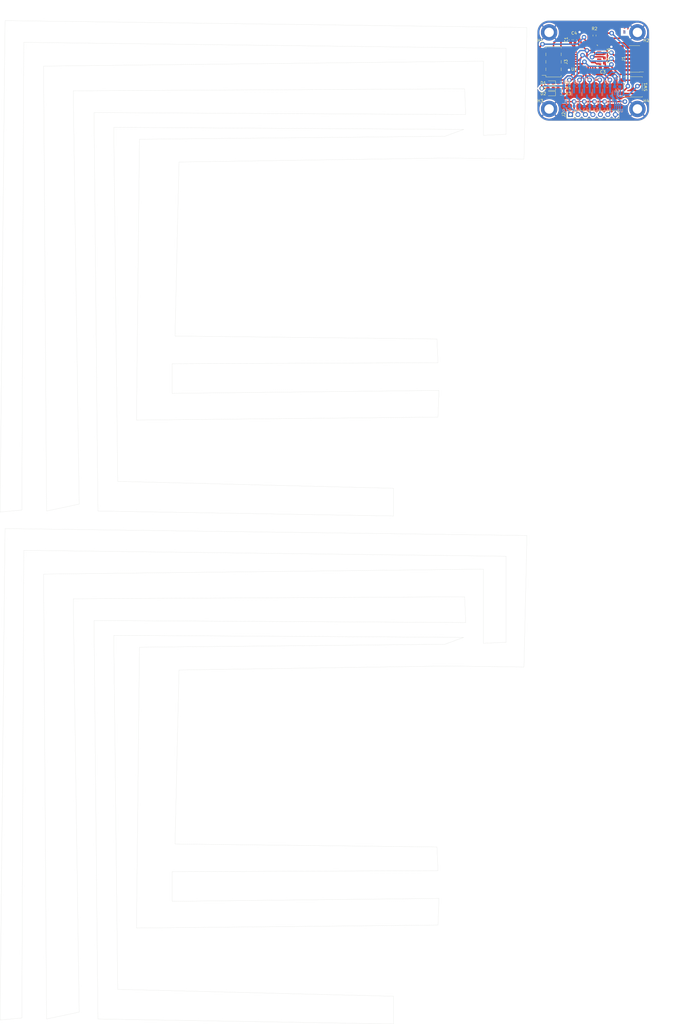
<source format=kicad_pcb>
(kicad_pcb (version 20221018) (generator pcbnew)
  (layers (0 "F.Cu" signal) (31 "B.Cu" signal) (34 "B.Paste" user) (35 "F.Paste" user) (36 "B.SilkS" user "B.Silkscreen") (37 "F.SilkS" user "F.Silkscreen") (38 "B.Mask" user) (39 "F.Mask" user) (44 "Edge.Cuts" user))
  (net 0 "")
  (net 1 "+5V-v2-")
  (net 2 "GND-v2-")
  (net 3 "+3.3V-v2-")
  (net 4 "Net-(D1-K)-v2-")
  (net 6 "Net-(D3-K)-v2-")
  (net 7 "Status_LED-v2-")
  (net 8 "Data_Clock_SNES-v2-")
  (net 9 "Data_Latch_SNES-v2-")
  (net 10 "Net-(D2-K)-v2-")
  (net 11 "Serial_Data1_SNES-v2-")
  (net 12 "Serial_Data2_SNES-v2-")
  (net 13 "SPI_Chip_Select-v2-")
  (net 14 "Chip_Enable-v2-")
  (net 15 "SPI_Digital_Input-v2-")
  (net 16 "SPI_Clock-v2-")
  (net 17 "SPI_Digital_Output-v2-")
  (net 18 "IOBit_SNES-v2-")
  (net 19 "Data_Clock_STM32-v2-")
  (net 20 "Data_Latch_STM32-v2-")
  (net 21 "Appairing_Btn-v2-")
  (net 22 "Net-(U2-BP)-v2-")
  (net 23 "SWDIO-v2-")
  (net 24 "SWDCK-v2-")
  (net 27 "NRST-v2-")
  (net 28 "USART2_RX-v2-")
  (net 29 "USART2_TX-v2-")
  (net 30 "Serial_Data1_STM32-v2-")
  (net 31 "IOBit_STM32-v2-")
  (net 32 "Serial_Data2_STM32-v2-")
  (footprint "Connector_PinSocket_2.54mm:PinSocket_2x04_P2.54mm_Vertical_SMD" (layer "F.Cu") (at 189.25 15.25 180)
    (fp_text reference "J3")
    (fp_text value "Conn_01x08_Socket")
  )
  (footprint "MountingHole:MountingHole_3.2mm_M3_DIN965_Pad" (layer "F.Cu") (at 217.75 31.25)
    (fp_text reference "H4")
    (fp_text value "MountingHole_Pad")
  )
  (footprint "Resistor_SMD:R_0603_1608Metric_Pad0.98x0.95mm_HandSolder" (layer "F.Cu") (at 191.76875 24.25)
    (fp_text reference "R4")
    (fp_text value "1k")
  )
  (footprint "Capacitor_SMD:C_0603_1608Metric_Pad1.08x0.95mm_HandSolder" (layer "F.Cu") (at 195.05 7.75 90)
    (fp_text reference "C1")
    (fp_text value "10u")
  )
  (footprint "Diode_SMD:D_0603_1608Metric_Pad1.05x0.95mm_HandSolder" (layer "F.Cu") (at 188.26875 26.05 180)
    (fp_text reference "D2")
    (fp_text value "LED_Small")
  )
  (footprint "MountingHole:MountingHole_3.2mm_M3_DIN965_Pad" (layer "F.Cu") (at 187.75 31.25)
    (fp_text reference "H3")
    (fp_text value "MountingHole_Pad")
  )
  (footprint "Resistor_SMD:R_0603_1608Metric_Pad0.98x0.95mm_HandSolder" (layer "F.Cu") (at 191.76875 26.05)
    (fp_text reference "R3")
    (fp_text value "1k")
  )
  (footprint "Diode_SMD:D_0603_1608Metric_Pad1.05x0.95mm_HandSolder" (layer "F.Cu") (at 188.26875 22.45 180)
    (fp_text reference "D1")
    (fp_text value "LED_Small")
  )
  (footprint "Resistor_SMD:R_0603_1608Metric_Pad0.98x0.95mm_HandSolder" (layer "F.Cu") (at 191.76875 22.45)
    (fp_text reference "R1")
    (fp_text value "1k")
  )
  (footprint "Package_QFP:LQFP-32_7x7mm_P0.8mm" (layer "F.Cu") (at 200.6 13.15 180)
    (fp_text reference "U1")
    (fp_text value "STM32L412KBTx")
  )
  (footprint "Connector_PinHeader_2.54mm:PinHeader_1x07_P2.54mm_Vertical" (layer "F.Cu") (at 195 33.15 90)
    (fp_text reference "J2")
    (fp_text value "Conn_01x07_Socket")
  )
  (footprint "Diode_SMD:D_0603_1608Metric_Pad1.05x0.95mm_HandSolder" (layer "F.Cu") (at 188.26875 24.25 180)
    (fp_text reference "D3")
    (fp_text value "LED")
  )
  (footprint "Connector_PinHeader_1.27mm:PinHeader_2x07_P1.27mm_Vertical_SMD" (layer "F.Cu") (at 216.75 14.25 180)
    (fp_text reference "J1")
    (fp_text value "Conn_02x07_Odd_Even")
  )
  (footprint "Capacitor_SMD:C_0603_1608Metric_Pad1.08x0.95mm_HandSolder" (layer "F.Cu") (at 206.51 11.5 90)
    (fp_text reference "C5")
    (fp_text value "100n")
  )
  (footprint "MountingHole:MountingHole_3.2mm_M3_DIN965_Pad" (layer "F.Cu") (at 217.75 5.25)
    (fp_text reference "H2")
    (fp_text value "MountingHole_Pad")
  )
  (footprint "Capacitor_SMD:C_0603_1608Metric_Pad1.08x0.95mm_HandSolder" (layer "F.Cu") (at 196.55 7.75 90)
    (fp_text reference "C4")
    (fp_text value "100n")
  )
  (footprint "Capacitor_SMD:C_0603_1608Metric_Pad1.08x0.95mm_HandSolder" (layer "F.Cu") (at 206.0025 17.19)
    (fp_text reference "C3")
    (fp_text value "100n")
  )
  (footprint "Resistor_SMD:R_0603_1608Metric_Pad0.98x0.95mm_HandSolder" (layer "F.Cu") (at 203.17 6.32 90)
    (fp_text reference "R2")
    (fp_text value "10k")
  )
  (footprint "Button_Switch_SMD:SW_SPST_B3S-1000" (layer "F.Cu") (at 216.25 23.75 180)
    (fp_text reference "SW1")
    (fp_text value "SW_SPST")
  )
  (footprint "MountingHole:MountingHole_3.2mm_M3_DIN965_Pad" (layer "F.Cu") (at 187.75 5.25)
    (fp_text reference "H1")
    (fp_text value "MountingHole_Pad")
  )
  (footprint "Capacitor_SMD:C_0603_1608Metric_Pad1.08x0.95mm_HandSolder" (layer "F.Cu") (at 206.51 14.8025 90)
    (fp_text reference "C2")
    (fp_text value "100n")
  )
  (footprint "Package_TO_SOT_SMD:SOT-23" (layer "B.Cu") (at 200.6 26.15 -90)
    (fp_text reference "Q3")
    (fp_text value "2N7002")
  )
  (footprint "Resistor_SMD:R_0603_1608Metric_Pad0.98x0.95mm_HandSolder" (layer "B.Cu") (at 193.7 23.45)
    (fp_text reference "R5")
    (fp_text value "10k")
  )
  (footprint "Package_TO_SOT_SMD:SOT-23" (layer "B.Cu") (at 207.5 26.15 -90)
    (fp_text reference "Q5")
    (fp_text value "2N7002")
  )
  (footprint "Capacitor_SMD:C_0603_1608Metric_Pad1.08x0.95mm_HandSolder" (layer "B.Cu") (at 210.9 23.7 180)
    (fp_text reference "C6")
    (fp_text value "470p")
  )
  (footprint "Resistor_SMD:R_0603_1608Metric_Pad0.98x0.95mm_HandSolder" (layer "B.Cu") (at 193.7 30.35)
    (fp_text reference "R10")
    (fp_text value "10k")
  )
  (footprint "Resistor_SMD:R_0603_1608Metric_Pad0.98x0.95mm_HandSolder" (layer "B.Cu") (at 197.15 30.35)
    (fp_text reference "R11")
    (fp_text value "10k")
  )
  (footprint "Package_TO_SOT_SMD:SOT-23" (layer "B.Cu") (at 197.15 26.15 -90)
    (fp_text reference "Q2")
    (fp_text value "2N7002")
  )
  (footprint "Resistor_SMD:R_0603_1608Metric_Pad0.98x0.95mm_HandSolder" (layer "B.Cu") (at 204.05 30.35)
    (fp_text reference "R13")
    (fp_text value "10k")
  )
  (footprint "Resistor_SMD:R_0603_1608Metric_Pad0.98x0.95mm_HandSolder" (layer "B.Cu") (at 200.6 30.35)
    (fp_text reference "R12")
    (fp_text value "10k")
  )
  (footprint "Resistor_SMD:R_0603_1608Metric_Pad0.98x0.95mm_HandSolder" (layer "B.Cu") (at 204.05 23.45)
    (fp_text reference "R8")
    (fp_text value "10k")
  )
  (footprint "Resistor_SMD:R_0603_1608Metric_Pad0.98x0.95mm_HandSolder" (layer "B.Cu") (at 207.5 30.35)
    (fp_text reference "R14")
    (fp_text value "10k")
  )
  (footprint "Resistor_SMD:R_0603_1608Metric_Pad0.98x0.95mm_HandSolder" (layer "B.Cu") (at 200.6 23.45)
    (fp_text reference "R7")
    (fp_text value "10k")
  )
  (footprint "Resistor_SMD:R_0603_1608Metric_Pad0.98x0.95mm_HandSolder" (layer "B.Cu") (at 197.15 23.45)
    (fp_text reference "R6")
    (fp_text value "10k")
  )
  (footprint "Package_TO_SOT_SMD:SOT-23" (layer "B.Cu") (at 193.7 26.15 -90)
    (fp_text reference "Q1")
    (fp_text value "2N7002")
  )
  (footprint "Package_TO_SOT_SMD:SOT-23" (layer "B.Cu") (at 204.05 26.15 -90)
    (fp_text reference "Q4")
    (fp_text value "2N7002")
  )
  (footprint "Resistor_SMD:R_0603_1608Metric_Pad0.98x0.95mm_HandSolder" (layer "B.Cu") (at 207.5 23.45)
    (fp_text reference "R9")
    (fp_text value "10k")
  )
  (footprint "Package_SO:MSOP-8_3x3mm_P0.65mm" (layer "B.Cu") (at 211.0125 27.9 -90)
    (fp_text reference "U2")
    (fp_text value "MIC5219-3.3YMM")
  )
  (footprint "Capacitor_SMD:C_0603_1608Metric_Pad1.08x0.95mm_HandSolder" (layer "B.Cu") (at 210.9 22.2 180)
    (fp_text reference "C7")
    (fp_text value "2.2u")
  )
  (gr_line (start 149.659937 281.86989) (end 60.679937 280.85989) (stroke (width 0.05)) (layer "Edge.Cuts"))
  (gr_line (start 152.349937 40.53989) (end 48.599937 41.53989) (stroke (width 0.05)) (layer "Edge.Cuts"))
  (gr_line (start 153.019937 220.41989) (end 179.209937 220.75989) (stroke (width 0.05)) (layer "Edge.Cuts"))
  (gr_line (start 41.209937 157.71989) (end 39.869937 37.50989) (stroke (width 0.05)) (layer "Edge.Cuts"))
  (gr_line (start 26.099937 25.08989) (end 159.059937 24.41989) (stroke (width 0.05)) (layer "Edge.Cuts"))
  (gr_arc (start 183.75 5.25) (mid 184.921573 2.421573) (end 187.75 1.25) (stroke (width 0.1)) (layer "Edge.Cuts"))
  (gr_line (start 34.489937 167.78989) (end 134.889937 169.46989) (stroke (width 0.05)) (layer "Edge.Cuts"))
  (gr_line (start 9.309937 181.13989) (end 173.159937 183.14989) (stroke (width 0.05)) (layer "Edge.Cuts"))
  (gr_line (start 60.679937 280.85989) (end 62.029937 221.76989) (stroke (width 0.05)) (layer "Edge.Cuts"))
  (gr_line (start 179.209937 220.75989) (end 180.219937 176.09989) (stroke (width 0.05)) (layer "Edge.Cuts"))
  (gr_line (start 180.219937 3.59989) (end 2.929937 1.24989) (stroke (width 0.05)) (layer "Edge.Cuts"))
  (gr_line (start 150.329937 299.32989) (end 59.679937 300.32989) (stroke (width 0.05)) (layer "Edge.Cuts"))
  (gr_line (start 39.869937 210.00989) (end 158.729937 210.68989) (stroke (width 0.05)) (layer "Edge.Cuts"))
  (gr_line (start 152.349937 213.03989) (end 48.599937 214.03989) (stroke (width 0.05)) (layer "Edge.Cuts"))
  (gr_line (start 173.159937 39.85989) (end 165.439937 40.19989) (stroke (width 0.05)) (layer "Edge.Cuts"))
  (gr_line (start 33.149937 204.97989) (end 34.489937 340.28989) (stroke (width 0.05)) (layer "Edge.Cuts"))
  (gr_line (start 28.119937 165.43989) (end 26.099937 25.08989) (stroke (width 0.05)) (layer "Edge.Cuts"))
  (gr_line (start 41.209937 330.21989) (end 39.869937 210.00989) (stroke (width 0.05)) (layer "Edge.Cuts"))
  (gr_line (start 158.729937 210.68989) (end 152.349937 213.03989) (stroke (width 0.05)) (layer "Edge.Cuts"))
  (gr_line (start 173.159937 10.64989) (end 173.159937 39.85989) (stroke (width 0.05)) (layer "Edge.Cuts"))
  (gr_line (start 16.029937 189.19989) (end 17.039937 340.28989) (stroke (width 0.05)) (layer "Edge.Cuts"))
  (gr_line (start 158.729937 38.18989) (end 152.349937 40.53989) (stroke (width 0.05)) (layer "Edge.Cuts"))
  (gr_arc (start 187.75 35.25) (mid 184.921573 34.078427) (end 183.75 31.25) (stroke (width 0.1)) (layer "Edge.Cuts"))
  (gr_line (start 60.679937 108.35989) (end 62.029937 49.26989) (stroke (width 0.05)) (layer "Edge.Cuts"))
  (gr_line (start 150.329937 126.82989) (end 59.679937 127.82989) (stroke (width 0.05)) (layer "Edge.Cuts"))
  (gr_line (start 59.679937 127.82989) (end 59.679937 117.75989) (stroke (width 0.05)) (layer "Edge.Cuts"))
  (gr_line (start 159.399937 33.14989) (end 33.149937 32.47989) (stroke (width 0.05)) (layer "Edge.Cuts"))
  (gr_line (start 149.999937 117.42989) (end 149.659937 109.36989) (stroke (width 0.05)) (layer "Edge.Cuts"))
  (gr_line (start 159.399937 205.64989) (end 33.149937 204.97989) (stroke (width 0.05)) (layer "Edge.Cuts"))
  (gr_line (start 28.119937 337.93989) (end 26.099937 197.58989) (stroke (width 0.05)) (layer "Edge.Cuts"))
  (gr_line (start 17.039937 167.78989) (end 28.119937 165.43989) (stroke (width 0.05)) (layer "Edge.Cuts"))
  (gr_line (start 48.599937 41.53989) (end 47.589937 136.89989) (stroke (width 0.05)) (layer "Edge.Cuts"))
  (gr_line (start 59.679937 300.32989) (end 59.679937 290.25989) (stroke (width 0.05)) (layer "Edge.Cuts"))
  (gr_line (start 34.489937 340.28989) (end 134.889937 341.96989) (stroke (width 0.05)) (layer "Edge.Cuts"))
  (gr_line (start 62.029937 49.26989) (end 153.019937 47.91989) (stroke (width 0.05)) (layer "Edge.Cuts"))
  (gr_line (start 221.75 5.25) (end 221.75 31.25) (stroke (width 0.1)) (layer "Edge.Cuts"))
  (gr_arc (start 221.75 31.25) (mid 220.578427 34.078427) (end 217.75 35.25) (stroke (width 0.1)) (layer "Edge.Cuts"))
  (gr_line (start 149.999937 308.38989) (end 150.329937 299.32989) (stroke (width 0.05)) (layer "Edge.Cuts"))
  (gr_line (start 2.929937 173.74989) (end 1.249937 340.62989) (stroke (width 0.05)) (layer "Edge.Cuts"))
  (gr_line (start 33.149937 32.47989) (end 34.489937 167.78989) (stroke (width 0.05)) (layer "Edge.Cuts"))
  (gr_line (start 1.249937 340.62989) (end 8.639937 339.94989) (stroke (width 0.05)) (layer "Edge.Cuts"))
  (gr_line (start 8.639937 339.94989) (end 9.309937 181.13989) (stroke (width 0.05)) (layer "Edge.Cuts"))
  (gr_arc (start 217.75 1.25) (mid 220.578427 2.421573) (end 221.75 5.25) (stroke (width 0.1)) (layer "Edge.Cuts"))
  (gr_line (start 173.159937 212.35989) (end 165.439937 212.69989) (stroke (width 0.05)) (layer "Edge.Cuts"))
  (gr_line (start 165.439937 212.69989) (end 165.439937 187.51989) (stroke (width 0.05)) (layer "Edge.Cuts"))
  (gr_line (start 159.059937 24.41989) (end 159.399937 33.14989) (stroke (width 0.05)) (layer "Edge.Cuts"))
  (gr_line (start 149.999937 135.88989) (end 150.329937 126.82989) (stroke (width 0.05)) (layer "Edge.Cuts"))
  (gr_line (start 62.029937 221.76989) (end 153.019937 220.41989) (stroke (width 0.05)) (layer "Edge.Cuts"))
  (gr_line (start 173.159937 183.14989) (end 173.159937 212.35989) (stroke (width 0.05)) (layer "Edge.Cuts"))
  (gr_line (start 8.639937 167.44989) (end 9.309937 8.63989) (stroke (width 0.05)) (layer "Edge.Cuts"))
  (gr_line (start 179.209937 48.25989) (end 180.219937 3.59989) (stroke (width 0.05)) (layer "Edge.Cuts"))
  (gr_line (start 2.929937 1.24989) (end 1.249937 168.12989) (stroke (width 0.05)) (layer "Edge.Cuts"))
  (gr_line (start 149.999937 289.92989) (end 149.659937 281.86989) (stroke (width 0.05)) (layer "Edge.Cuts"))
  (gr_line (start 149.659937 109.36989) (end 60.679937 108.35989) (stroke (width 0.05)) (layer "Edge.Cuts"))
  (gr_line (start 165.439937 40.19989) (end 165.439937 15.01989) (stroke (width 0.05)) (layer "Edge.Cuts"))
  (gr_line (start 134.889937 341.96989) (end 134.889937 332.56989) (stroke (width 0.05)) (layer "Edge.Cuts"))
  (gr_line (start 39.869937 37.50989) (end 158.729937 38.18989) (stroke (width 0.05)) (layer "Edge.Cuts"))
  (gr_line (start 165.439937 187.51989) (end 16.029937 189.19989) (stroke (width 0.05)) (layer "Edge.Cuts"))
  (gr_line (start 159.059937 196.91989) (end 159.399937 205.64989) (stroke (width 0.05)) (layer "Edge.Cuts"))
  (gr_line (start 26.099937 197.58989) (end 159.059937 196.91989) (stroke (width 0.05)) (layer "Edge.Cuts"))
  (gr_line (start 1.249937 168.12989) (end 8.639937 167.44989) (stroke (width 0.05)) (layer "Edge.Cuts"))
  (gr_line (start 17.039937 340.28989) (end 28.119937 337.93989) (stroke (width 0.05)) (layer "Edge.Cuts"))
  (gr_line (start 153.019937 47.91989) (end 179.209937 48.25989) (stroke (width 0.05)) (layer "Edge.Cuts"))
  (gr_line (start 183.75 31.25) (end 183.75 5.25) (stroke (width 0.1)) (layer "Edge.Cuts"))
  (gr_line (start 217.75 35.25) (end 187.75 35.25) (stroke (width 0.1)) (layer "Edge.Cuts"))
  (gr_line (start 9.309937 8.63989) (end 173.159937 10.64989) (stroke (width 0.05)) (layer "Edge.Cuts"))
  (gr_line (start 59.679937 117.75989) (end 149.999937 117.42989) (stroke (width 0.05)) (layer "Edge.Cuts"))
  (gr_line (start 48.599937 214.03989) (end 47.589937 309.39989) (stroke (width 0.05)) (layer "Edge.Cuts"))
  (gr_line (start 59.679937 290.25989) (end 149.999937 289.92989) (stroke (width 0.05)) (layer "Edge.Cuts"))
  (gr_line (start 134.889937 169.46989) (end 134.889937 160.06989) (stroke (width 0.05)) (layer "Edge.Cuts"))
  (gr_line (start 134.889937 160.06989) (end 41.209937 157.71989) (stroke (width 0.05)) (layer "Edge.Cuts"))
  (gr_line (start 16.029937 16.69989) (end 17.039937 167.78989) (stroke (width 0.05)) (layer "Edge.Cuts"))
  (gr_line (start 47.589937 309.39989) (end 149.999937 308.38989) (stroke (width 0.05)) (layer "Edge.Cuts"))
  (gr_line (start 165.439937 15.01989) (end 16.029937 16.69989) (stroke (width 0.05)) (layer "Edge.Cuts"))
  (gr_line (start 187.75 1.25) (end 217.75 1.25) (stroke (width 0.1)) (layer "Edge.Cuts"))
  (gr_line (start 134.889937 332.56989) (end 41.209937 330.21989) (stroke (width 0.05)) (layer "Edge.Cuts"))
  (gr_line (start 47.589937 136.89989) (end 149.999937 135.88989) (stroke (width 0.05)) (layer "Edge.Cuts"))
  (gr_line (start 180.219937 176.09989) (end 2.929937 173.74989) (stroke (width 0.05)) (layer "Edge.Cuts"))
  (gr_text "SNES Plug" (at 205.75 3.75) (layer "F.Cu") (effects (font (size 1 1)) (justify left bottom)))
  (gr_text "T" (at 212.75 5.75) (layer "F.Cu") (effects (font (size 1 1)) (justify left bottom)))
  (gr_text "B" (at 212.75 5.75) (layer "B.Cu") (effects (font (size 1 1)) (justify left bottom)))
  (segment (start 196.2375 31.9125) (end 195 33.15) (width 0.5) (layer "F.Cu") (net 1))
  (segment (start 190.25 27.5) (end 191.5 28.75) (width 0.5) (layer "F.Cu") (net 1))
  (segment (start 196.2375 28.75) (end 196.2375 31.9125) (width 0.5) (layer "F.Cu") (net 1))
  (segment (start 187.39375 26.05) (end 187.39375 26.084561) (width 0.5) (layer "F.Cu") (net 1))
  (segment (start 196.2375 28.75) (end 199.6875 28.75) (width 0.3) (layer "F.Cu") (net 1))
  (segment (start 203.1375 28.75) (end 206.5875 28.75) (width 0.5) (layer "F.Cu") (net 1))
  (segment (start 203.1375 28.75) (end 199.6875 28.75) (width 0.5) (layer "F.Cu") (net 1))
  (segment (start 187.39375 26.084561) (end 188.809189 27.5) (width 0.5) (layer "F.Cu") (net 1))
  (segment (start 206.5875 28.75) (end 213.5 28.75) (width 0.5) (layer "F.Cu") (net 1))
  (segment (start 188.809189 27.5) (end 190.25 27.5) (width 0.5) (layer "F.Cu") (net 1))
  (segment (start 191.5 28.75) (end 196.2375 28.75) (width 0.5) (layer "F.Cu") (net 1))
  (via (at 203.1375 28.75) (size 1.6) (drill 0.8) (layers "F.Cu" "B.Cu") (net 1))
  (via (at 213.5 28.75) (size 1.6) (drill 0.8) (layers "F.Cu" "B.Cu") (net 1))
  (via (at 199.6875 28.75) (size 1.6) (drill 0.8) (layers "F.Cu" "B.Cu") (net 1))
  (via (at 196.2375 28.75) (size 1.6) (drill 0.8) (layers "F.Cu" "B.Cu") (net 1))
  (via (at 206.5875 28.75) (size 1.6) (drill 0.8) (layers "F.Cu" "B.Cu") (net 1))
  (segment (start 196.2375 30.35) (end 196.2375 28.75) (width 0.5) (layer "B.Cu") (net 1))
  (segment (start 210.6875 25.7875) (end 210.6875 27.230761) (width 0.3) (layer "B.Cu") (net 1))
  (segment (start 213.4 28.65) (end 212.106739 28.65) (width 0.5) (layer "B.Cu") (net 1))
  (segment (start 199.6875 28.75) (end 199.6875 30.35) (width 0.5) (layer "B.Cu") (net 1))
  (segment (start 203.1375 28.75) (end 203.1375 30.35) (width 0.5) (layer "B.Cu") (net 1))
  (segment (start 212.106739 28.65) (end 210.6875 27.230761) (width 0.5) (layer "B.Cu") (net 1))
  (segment (start 195 32.5625) (end 192.7875 30.35) (width 0.5) (layer "B.Cu") (net 1))
  (segment (start 206.5875 28.75) (end 206.5875 30.35) (width 0.5) (layer "B.Cu") (net 1))
  (segment (start 213.5 28.75) (end 213.4 28.65) (width 0.5) (layer "B.Cu") (net 1))
  (segment (start 195 33.15) (end 195 32.5625) (width 0.5) (layer "B.Cu") (net 1))
  (segment (start 204.29 18.215) (end 205.84 18.215) (width 0.5) (layer "F.Cu") (net 2))
  (segment (start 195.05 6.8875) (end 196.55 6.8875) (width 0.5) (layer "F.Cu") (net 2))
  (segment (start 208.411689 10.6375) (end 206.51 10.6375) (width 0.5) (layer "F.Cu") (net 2))
  (segment (start 196.55 6.8875) (end 196.55 6.7) (width 0.5) (layer "F.Cu") (net 2))
  (segment (start 206.51 15.665) (end 206.51 15.591193) (width 0.5) (layer "F.Cu") (net 2))
  (segment (start 203.4 17.325) (end 204.29 18.215) (width 0.5) (layer "F.Cu") (net 2))
  (segment (start 196.55 6.7) (end 198.1 5.15) (width 0.5) (layer "F.Cu") (net 2))
  (segment (start 205.84 18.215) (end 206.865 17.19) (width 0.5) (layer "F.Cu") (net 2))
  (segment (start 197.8 5.45) (end 197.8 8.975) (width 0.5) (layer "F.Cu") (net 2))
  (segment (start 206.865 17.19) (end 206.865 16.02) (width 0.5) (layer "F.Cu") (net 2))
  (segment (start 208.899189 10.15) (end 208.411689 10.6375) (width 0.5) (layer "F.Cu") (net 2))
  (segment (start 206.51 15.591193) (end 207.535 14.566193) (width 0.5) (layer "F.Cu") (net 2))
  (segment (start 194.5 18) (end 193.44 19.06) (width 0.5) (layer "F.Cu") (net 2))
  (segment (start 198.1 5.15) (end 197.8 5.45) (width 0.5) (layer "F.Cu") (net 2))
  (segment (start 193.44 19.06) (end 191.77 19.06) (width 0.5) (layer "F.Cu") (net 2))
  (segment (start 206.865 16.02) (end 206.51 15.665) (width 0.5) (layer "F.Cu") (net 2))
  (segment (start 207.535 11.6625) (end 206.51 10.6375) (width 0.5) (layer "F.Cu") (net 2))
  (segment (start 207.535 14.566193) (end 207.535 11.6625) (width 0.5) (layer "F.Cu") (net 2))
  (via (at 208.899189 10.15) (size 1.6) (drill 0.8) (layers "F.Cu" "B.Cu") (net 2))
  (via (at 194.5 18) (size 1.6) (drill 0.8) (layers "F.Cu" "B.Cu") (net 2))
  (via (at 210.0375 20.15) (size 1.6) (drill 0.8) (layers "F.Cu" "B.Cu") (net 2))
  (via (at 198.1 5.15) (size 1.6) (drill 0.8) (layers "F.Cu" "B.Cu") (net 2))
  (segment (start 210.0375 22.2) (end 210.0375 23.7) (width 0.5) (layer "B.Cu") (net 2))
  (segment (start 206.15 10.15) (end 201.15 5.15) (width 0.5) (layer "B.Cu") (net 2))
  (segment (start 210.0375 22.2) (end 210.0375 20.15) (width 0.5) (layer "B.Cu") (net 2))
  (segment (start 201.15 5.15) (end 198.1 5.15) (width 0.5) (layer "B.Cu") (net 2))
  (segment (start 210.0375 20.1875) (end 210 20.15) (width 0.5) (layer "B.Cu") (net 2))
  (segment (start 208.899189 10.15) (end 206.15 10.15) (width 0.5) (layer "B.Cu") (net 2))
  (segment (start 185.25 20.54) (end 186.73 19.06) (width 0.5) (layer "F.Cu") (net 3))
  (segment (start 202.290811 15.5) (end 200.6 13.809189) (width 0.5) (layer "F.Cu") (net 3))
  (segment (start 203.75 12.75) (end 202.4 11.4) (width 0.5) (layer "F.Cu") (net 3))
  (segment (start 206.51 12.3625) (end 206.1225 12.75) (width 0.5) (layer "F.Cu") (net 3))
  (segment (start 212.275 21.5) (end 220.225 21.5) (width 0.5) (layer "F.Cu") (net 3))
  (segment (start 202.4 11.4) (end 200.6 11.4) (width 0.5) (layer "F.Cu") (net 3))
  (segment (start 196.425 8.7375) (end 196.55 8.6125) (width 0.5) (layer "F.Cu") (net 3))
  (segment (start 218.7 16.79) (end 220.4 16.79) (width 0.5) (layer "F.Cu") (net 3))
  (segment (start 206.1225 12.75) (end 204.775 12.75) (width 0.5) (layer "F.Cu") (net 3))
  (segment (start 203.870406 15.95) (end 203.420406 15.5) (width 0.5) (layer "F.Cu") (net 3))
  (segment (start 199.55 10.35) (end 196.425 10.35) (width 0.5) (layer "F.Cu") (net 3))
  (segment (start 220.4 16.79) (end 220.75 17.14) (width 0.5) (layer "F.Cu") (net 3))
  (segment (start 204.775 15.95) (end 203.870406 15.95) (width 0.5) (layer "F.Cu") (net 3))
  (segment (start 218.225 23.5) (end 220.225 21.5) (width 0.5) (layer "F.Cu") (net 3))
  (segment (start 200.6 13.809189) (end 200.6 11.4) (width 0.5) (layer "F.Cu") (net 3))
  (segment (start 205.14 17.19) (end 205.14 16.315) (width 0.5) (layer "F.Cu") (net 3))
  (segment (start 195.05 8.6125) (end 195.05 8.975) (width 0.5) (layer "F.Cu") (net 3))
  (segment (start 205.14 16.315) (end 204.775 15.95) (width 0.5) (layer "F.Cu") (net 3))
  (segment (start 196.425 10.35) (end 196.425 8.7375) (width 0.5) (layer "F.Cu") (net 3))
  (segment (start 203.420406 15.5) (end 202.290811 15.5) (width 0.5) (layer "F.Cu") (net 3))
  (segment (start 204.775 12.75) (end 203.75 12.75) (width 0.5) (layer "F.Cu") (net 3))
  (segment (start 217.75 23.5) (end 218.225 23.5) (width 0.5) (layer "F.Cu") (net 3))
  (segment (start 220.225 21.5) (end 220.75 20.975) (width 0.5) (layer "F.Cu") (net 3))
  (segment (start 200.6 11.4) (end 199.55 10.35) (width 0.5) (layer "F.Cu") (net 3))
  (segment (start 195.05 8.975) (end 196.425 10.35) (width 0.5) (layer "F.Cu") (net 3))
  (segment (start 185.25 24.25) (end 185.25 20.54) (width 0.5) (layer "F.Cu") (net 3))
  (segment (start 220.75 20.975) (end 220.75 17.14) (width 0.5) (layer "F.Cu") (net 3))
  (segment (start 187.39375 24.25) (end 185.25 24.25) (width 0.5) (layer "F.Cu") (net 3))
  (via (at 185.25 24.25) (size 1.6) (drill 0.8) (layers "F.Cu" "B.Cu") (net 3))
  (via (at 200.6 11.4) (size 1.6) (drill 0.8) (layers "F.Cu" "B.Cu") (net 3))
  (via (at 217.75 23.5) (size 1.6) (drill 0.8) (layers "F.Cu" "B.Cu") (net 3))
  (segment (start 206.5875 23.45) (end 206.5875 21.115811) (width 0.5) (layer "B.Cu") (net 3))
  (segment (start 206.5875 21.115811) (end 205.521689 20.05) (width 0.5) (layer "B.Cu") (net 3))
  (segment (start 199.6875 21.115811) (end 200.753311 20.05) (width 0.5) (layer "B.Cu") (net 3))
  (segment (start 192.75 23.4875) (end 192.7875 23.45) (width 0.5) (layer "B.Cu") (net 3))
  (segment (start 202.071689 20.05) (end 203.1375 21.115811) (width 0.5) (layer "B.Cu") (net 3))
  (segment (start 204.203311 20.05) (end 203.1375 21.115811) (width 0.5) (layer "B.Cu") (net 3))
  (segment (start 214.743261 26.506739) (end 213 26.506739) (width 0.5) (layer "B.Cu") (net 3))
  (segment (start 212.45 22.2) (end 211.7625 22.2) (width 0.5) (layer "B.Cu") (net 3))
  (segment (start 213 22.75) (end 212.45 22.2) (width 0.5) (layer "B.Cu") (net 3))
  (segment (start 206.55 23.4875) (end 206.5875 23.45) (width 0.5) (layer "B.Cu") (net 3))
  (segment (start 199.65 23.4875) (end 199.6875 23.45) (width 0.5) (layer "B.Cu") (net 3))
  (segment (start 208.903311 18.8) (end 206.5875 21.115811) (width 0.5) (layer "B.Cu") (net 3))
  (segment (start 211.7625 22.2) (end 211.7625 19.965811) (width 0.5) (layer "B.Cu") (net 3))
  (segment (start 203.1 25.2125) (end 203.1 23.4875) (width 0.5) (layer "B.Cu") (net 3))
  (segment (start 200.753311 20.05) (end 202.071689 20.05) (width 0.5) (layer "B.Cu") (net 3))
  (segment (start 211.3375 26.727817) (end 211.759683 27.15) (width 0.3) (layer "B.Cu") (net 3))
  (segment (start 185.25 24.25) (end 186.05 23.45) (width 0.5) (layer "B.Cu") (net 3))
  (segment (start 206.55 25.2125) (end 206.55 23.4875) (width 0.5) (layer "B.Cu") (net 3))
  (segment (start 196.2 25.2125) (end 196.2 23.4875) (width 0.5) (layer "B.Cu") (net 3))
  (segment (start 194.053311 20.05) (end 195.171689 20.05) (width 0.5) (layer "B.Cu") (net 3))
  (segment (start 196.2 23.4875) (end 196.2375 23.45) (width 0.5) (layer "B.Cu") (net 3))
  (segment (start 192.75 25.2125) (end 192.75 23.4875) (width 0.5) (layer "B.Cu") (net 3))
  (segment (start 200.6 11.4) (end 198.35 11.4) (width 0.5) (layer "B.Cu") (net 3))
  (segment (start 205.521689 20.05) (end 204.203311 20.05) (width 0.5) (layer "B.Cu") (net 3))
  (segment (start 186.05 23.45) (end 192.7875 23.45) (width 0.5) (layer "B.Cu") (net 3))
  (segment (start 192.7875 21.315811) (end 194.053311 20.05) (width 0.5) (layer "B.Cu") (net 3))
  (segment (start 203.1 23.4875) (end 203.1375 23.45) (width 0.5) (layer "B.Cu") (net 3))
  (segment (start 197.303311 12.446689) (end 197.303311 20.05) (width 0.5) (layer "B.Cu") (net 3))
  (segment (start 213 26.506739) (end 213 22.75) (width 0.5) (layer "B.Cu") (net 3))
  (segment (start 199.65 25.2125) (end 199.65 23.4875) (width 0.5) (layer "B.Cu") (net 3))
  (segment (start 203.1375 21.115811) (end 203.1375 23.45) (width 0.5) (layer "B.Cu") (net 3))
  (segment (start 211.7625 19.965811) (end 210.596689 18.8) (width 0.5) (layer "B.Cu") (net 3))
  (segment (start 197.303311 20.05) (end 196.2375 21.115811) (width 0.5) (layer "B.Cu") (net 3))
  (segment (start 210.596689 18.8) (end 208.903311 18.8) (width 0.5) (layer "B.Cu") (net 3))
  (segment (start 195.171689 20.05) (end 196.2375 21.115811) (width 0.5) (layer "B.Cu") (net 3))
  (segment (start 214.743261 26.506739) (end 217.75 23.5) (width 0.5) (layer "B.Cu") (net 3))
  (segment (start 196.2375 21.115811) (end 196.2375 23.45) (width 0.5) (layer "B.Cu") (net 3))
  (segment (start 213 26.506739) (end 212.356739 27.15) (width 0.5) (layer "B.Cu") (net 3))
  (segment (start 211.3375 25.7875) (end 211.3375 26.727817) (width 0.3) (layer "B.Cu") (net 3))
  (segment (start 212.356739 27.15) (end 211.759683 27.15) (width 0.5) (layer "B.Cu") (net 3))
  (segment (start 199.6875 21.115811) (end 198.621689 20.05) (width 0.5) (layer "B.Cu") (net 3))
  (segment (start 199.6875 23.45) (end 199.6875 21.115811) (width 0.5) (layer "B.Cu") (net 3))
  (segment (start 192.7875 23.45) (end 192.7875 21.315811) (width 0.5) (layer "B.Cu") (net 3))
  (segment (start 198.621689 20.05) (end 197.303311 20.05) (width 0.5) (layer "B.Cu") (net 3))
  (segment (start 198.35 11.4) (end 197.303311 12.446689) (width 0.5) (layer "B.Cu") (net 3))
  (segment (start 190.85625 22.45) (end 189.14375 22.45) (width 0.5) (layer "F.Cu") (net 4))
  (segment (start 190.85625 24.25) (end 189.14375 24.25) (width 0.5) (layer "F.Cu") (net 6))
  (segment (start 188.41875 21.425) (end 192.575 21.425) (width 0.5) (layer "F.Cu") (net 7))
  (segment (start 195.125 20) (end 197.8 17.325) (width 0.5) (layer "F.Cu") (net 7))
  (segment (start 187.39375 22.45) (end 188.41875 21.425) (width 0.5) (layer "F.Cu") (net 7))
  (segment (start 194 20) (end 195.125 20) (width 0.5) (layer "F.Cu") (net 7))
  (segment (start 192.575 21.425) (end 194 20) (width 0.5) (layer "F.Cu") (net 7))
  (segment (start 196.75 31.75) (end 196.0125 31.75) (width 0.5) (layer "B.Cu") (net 8))
  (segment (start 194.6125 30.35) (end 194.6125 28) (width 0.5) (layer "B.Cu") (net 8))
  (segment (start 196.0125 31.75) (end 194.6125 30.35) (width 0.5) (layer "B.Cu") (net 8))
  (segment (start 197.54 33.15) (end 197.54 32.54) (width 0.5) (layer "B.Cu") (net 8))
  (segment (start 197.54 32.54) (end 196.75 31.75) (width 0.5) (layer "B.Cu") (net 8))
  (segment (start 194.6125 28) (end 193.7 27.0875) (width 0.5) (layer "B.Cu") (net 8))
  (segment (start 198.0625 28) (end 197.15 27.0875) (width 0.5) (layer "B.Cu") (net 9))
  (segment (start 198.0625 30.35) (end 198.0625 31.2125) (width 0.5) (layer "B.Cu") (net 9))
  (segment (start 198.0625 31.2125) (end 200 33.15) (width 0.5) (layer "B.Cu") (net 9))
  (segment (start 198.0625 30.35) (end 198.0625 28) (width 0.5) (layer "B.Cu") (net 9))
  (segment (start 189.14375 26.05) (end 190.85625 26.05) (width 0.5) (layer "F.Cu") (net 10))
  (segment (start 201.5125 32.1625) (end 202.5 33.15) (width 0.5) (layer "B.Cu") (net 11))
  (segment (start 201.5125 30.35) (end 201.5125 28) (width 0.5) (layer "B.Cu") (net 11))
  (segment (start 201.5125 28) (end 200.6 27.0875) (width 0.5) (layer "B.Cu") (net 11))
  (segment (start 201.5125 30.35) (end 201.5125 32.1625) (width 0.5) (layer "B.Cu") (net 11))
  (segment (start 204.9625 28) (end 204.05 27.0875) (width 0.5) (layer "B.Cu") (net 12))
  (segment (start 204.9625 30.35) (end 204.9625 28) (width 0.5) (layer "B.Cu") (net 12))
  (segment (start 204.9625 30.35) (end 204.9625 33.1125) (width 0.5) (layer "B.Cu") (net 12))
  (segment (start 204.9625 33.1125) (end 205 33.15) (width 0.5) (layer "B.Cu") (net 12))
  (segment (start 194 12) (end 194 14.75) (width 0.5) (layer "F.Cu") (net 13))
  (segment (start 188 15.25) (end 186.73 16.52) (width 0.5) (layer "F.Cu") (net 13))
  (segment (start 194.85 11.15) (end 194 12) (width 0.5) (layer "F.Cu") (net 13))
  (segment (start 193.5 15.25) (end 188 15.25) (width 0.5) (layer "F.Cu") (net 13))
  (segment (start 196.425 11.15) (end 194.85 11.15) (width 0.5) (layer "F.Cu") (net 13))
  (segment (start 194 14.75) (end 193.5 15.25) (width 0.5) (layer "F.Cu") (net 13))
  (segment (start 191.77 16.52) (end 194.23 16.52) (width 0.5) (layer "F.Cu") (net 14))
  (segment (start 195.520406 11.95) (end 196.425 11.95) (width 0.5) (layer "F.Cu") (net 14))
  (segment (start 194.23 16.52) (end 195.125 15.625) (width 0.5) (layer "F.Cu") (net 14))
  (segment (start 195.125 15.625) (end 195.125 12.345406) (width 0.5) (layer "F.Cu") (net 14))
  (segment (start 195.125 12.345406) (end 195.520406 11.95) (width 0.5) (layer "F.Cu") (net 14))
  (segment (start 196.486307 3.8) (end 198.8 3.8) (width 0.5) (layer "F.Cu") (net 15))
  (segment (start 191.77 8.516307) (end 196.486307 3.8) (width 0.5) (layer "F.Cu") (net 15))
  (segment (start 198.8 3.8) (end 201 6) (width 0.5) (layer "F.Cu") (net 15))
  (segment (start 201 6) (end 201 8.975) (width 0.5) (layer "F.Cu") (net 15))
  (segment (start 191.77 11.44) (end 191.77 8.516307) (width 0.5) (layer "F.Cu") (net 15))
  (segment (start 191.77 13.98) (end 190.77 13.98) (width 0.5) (layer "F.Cu") (net 16))
  (segment (start 189.25 12.46) (end 189.25 9) (width 0.5) (layer "F.Cu") (net 16))
  (segment (start 190.77 13.98) (end 189.25 12.46) (width 0.5) (layer "F.Cu") (net 16))
  (segment (start 195.75 2.5) (end 199.75 2.5) (width 0.5) (layer "F.Cu") (net 16))
  (segment (start 201.8 4.55) (end 201.8 8.975) (width 0.5) (layer "F.Cu") (net 16))
  (segment (start 199.75 2.5) (end 201.8 4.55) (width 0.5) (layer "F.Cu") (net 16))
  (segment (start 189.25 9) (end 195.75 2.5) (width 0.5) (layer "F.Cu") (net 16))
  (segment (start 184.68 12.93) (end 184.68 10.07) (width 0.5) (layer "F.Cu") (net 17))
  (segment (start 184.68 10.07) (end 185.5 9.25) (width 0.5) (layer "F.Cu") (net 17))
  (segment (start 200.2 8.070406) (end 200.2 8.975) (width 0.5) (layer "F.Cu") (net 17))
  (segment (start 185.73 13.98) (end 184.68 12.93) (width 0.5) (layer "F.Cu") (net 17))
  (segment (start 186.73 13.98) (end 185.73 13.98) (width 0.5) (layer "F.Cu") (net 17))
  (segment (start 199.6 7.470406) (end 200.2 8.070406) (width 0.5) (layer "F.Cu") (net 17))
  (segment (start 199.6 6.9) (end 199.6 7.470406) (width 0.5) (layer "F.Cu") (net 17))
  (via (at 199.6 6.9) (size 1.6) (drill 0.8) (layers "F.Cu" "B.Cu") (net 17))
  (via (at 185.5 9.25) (size 1.6) (drill 0.8) (layers "F.Cu" "B.Cu") (net 17))
  (segment (start 197.25 9.25) (end 199.6 6.9) (width 0.5) (layer "B.Cu") (net 17))
  (segment (start 185.5 9.25) (end 197.25 9.25) (width 0.5) (layer "B.Cu") (net 17))
  (segment (start 208.4125 30.35) (end 208.4125 32.2375) (width 0.5) (layer "B.Cu") (net 18))
  (segment (start 208.4125 30.35) (end 208.4125 28) (width 0.5) (layer "B.Cu") (net 18))
  (segment (start 208.4125 32.2375) (end 207.5 33.15) (width 0.5) (layer "B.Cu") (net 18))
  (segment (start 208.4125 28) (end 207.5 27.0875) (width 0.5) (layer "B.Cu") (net 18))
  (segment (start 194.6125 21.4) (end 195.429594 21.4) (width 0.5) (layer "F.Cu") (net 19))
  (segment (start 198.6 18.229594) (end 198.6 17.325) (width 0.5) (layer "F.Cu") (net 19))
  (segment (start 195.429594 21.4) (end 198.6 18.229594) (width 0.5) (layer "F.Cu") (net 19))
  (via (at 194.6125 21.4) (size 1.6) (drill 0.8) (layers "F.Cu" "B.Cu") (net 19))
  (segment (start 194.65 23.4875) (end 194.6125 23.45) (width 0.5) (layer "B.Cu") (net 19))
  (segment (start 194.65 25.2125) (end 194.65 23.4875) (width 0.5) (layer "B.Cu") (net 19))
  (segment (start 194.6125 23.45) (end 194.6125 21.4) (width 0.5) (layer "B.Cu") (net 19))
  (segment (start 198.0625 21.4) (end 199.4 20.0625) (width 0.5) (layer "F.Cu") (net 20))
  (segment (start 199.4 20.0625) (end 199.4 17.325) (width 0.5) (layer "F.Cu") (net 20))
  (via (at 198.0625 21.4) (size 1.6) (drill 0.8) (layers "F.Cu" "B.Cu") (net 20))
  (segment (start 198.1 23.4875) (end 198.0625 23.45) (width 0.5) (layer "B.Cu") (net 20))
  (segment (start 198.0625 23.45) (end 198.0625 21.4) (width 0.5) (layer "B.Cu") (net 20))
  (segment (start 198.1 25.2125) (end 198.1 23.4875) (width 0.5) (layer "B.Cu") (net 20))
  (segment (start 202.6 7.8025) (end 203.17 7.2325) (width 0.5) (layer "F.Cu") (net 21))
  (segment (start 204.9025 5.5) (end 203.17 7.2325) (width 0.5) (layer "F.Cu") (net 21))
  (segment (start 209 5.5) (end 204.9025 5.5) (width 0.5) (layer "F.Cu") (net 21))
  (segment (start 202.6 8.975) (end 202.6 7.8025) (width 0.5) (layer "F.Cu") (net 21))
  (segment (start 212.275 25.975) (end 212.275 26) (width 0.5) (layer "F.Cu") (net 21))
  (segment (start 220.225 26) (end 212.275 26) (width 0.5) (layer "F.Cu") (net 21))
  (segment (start 214.5 23.75) (end 212.275 25.975) (width 0.5) (layer "F.Cu") (net 21))
  (segment (start 214.5 23.5) (end 214.5 23.75) (width 0.5) (layer "F.Cu") (net 21))
  (via (at 209 5.5) (size 1.6) (drill 0.8) (layers "F.Cu" "B.Cu") (net 21))
  (via (at 214.5 23.5) (size 1.6) (drill 0.8) (layers "F.Cu" "B.Cu") (net 21))
  (segment (start 214.5 23.5) (end 214.5 11) (width 0.5) (layer "B.Cu") (net 21))
  (segment (start 214.5 11) (end 209 5.5) (width 0.5) (layer "B.Cu") (net 21))
  (segment (start 211.9875 23.925) (end 211.7625 23.7) (width 0.3) (layer "B.Cu") (net 22))
  (segment (start 211.9875 25.7875) (end 211.9875 23.925) (width 0.3) (layer "B.Cu") (net 22))
  (segment (start 199.1 13.379594) (end 199.1 13) (width 0.5) (layer "F.Cu") (net 23))
  (segment (start 196.425 15.15) (end 197.329594 15.15) (width 0.5) (layer "F.Cu") (net 23))
  (segment (start 197.329594 15.15) (end 199.1 13.379594) (width 0.5) (layer "F.Cu") (net 23))
  (segment (start 214.8 18.06) (end 212.809189 18.06) (width 0.5) (layer "F.Cu") (net 23))
  (segment (start 212.809189 18.06) (end 208.899189 14.15) (width 0.5) (layer "F.Cu") (net 23))
  (via (at 208.899189 14.15) (size 1.6) (drill 0.8) (layers "F.Cu" "B.Cu") (net 23))
  (via (at 199.1 13) (size 1.6) (drill 0.8) (layers "F.Cu" "B.Cu") (net 23))
  (segment (start 208.049189 15) (end 208.899189 14.15) (width 0.5) (layer "B.Cu") (net 23))
  (segment (start 199.75 13) (end 201.75 15) (width 0.5) (layer "B.Cu") (net 23))
  (segment (start 199.1 13) (end 199.75 13) (width 0.5) (layer "B.Cu") (net 23))
  (segment (start 201.75 15) (end 208.049189 15) (width 0.5) (layer "B.Cu") (net 23))
  (segment (start 199.05 15.95) (end 196.425 15.95) (width 0.5) (layer "F.Cu") (net 24))
  (segment (start 217.87 18.06) (end 216.43 19.5) (width 0.5) (layer "F.Cu") (net 24))
  (segment (start 216.43 19.5) (end 211.5 19.5) (width 0.5) (layer "F.Cu") (net 24))
  (segment (start 211.5 19.5) (end 208.899189 16.899189) (width 0.5) (layer "F.Cu") (net 24))
  (segment (start 208.899189 16.899189) (end 208.899189 16.15) (width 0.5) (layer "F.Cu") (net 24))
  (segment (start 199.75 15.25) (end 199.05 15.95) (width 0.5) (layer "F.Cu") (net 24))
  (segment (start 218.7 18.06) (end 217.87 18.06) (width 0.5) (layer "F.Cu") (net 24))
  (via (at 199.75 15.25) (size 1.6) (drill 0.8) (layers "F.Cu" "B.Cu") (net 24))
  (via (at 208.899189 16.15) (size 1.6) (drill 0.8) (layers "F.Cu" "B.Cu") (net 24))
  (segment (start 201.25 16.75) (end 208.299189 16.75) (width 0.5) (layer "B.Cu") (net 24))
  (segment (start 199.75 15.25) (end 201.25 16.75) (width 0.5) (layer "B.Cu") (net 24))
  (segment (start 208.299189 16.75) (end 208.899189 16.15) (width 0.5) (layer "B.Cu") (net 24))
  (segment (start 214.8 12.98) (end 209.729189 12.98) (width 0.5) (layer "F.Cu") (net 27))
  (segment (start 202.45 13.55) (end 202.35 13.65) (width 0.5) (layer "F.Cu") (net 27))
  (segment (start 204.775 13.55) (end 202.45 13.55) (width 0.5) (layer "F.Cu") (net 27))
  (segment (start 209.729189 12.98) (end 208.899189 12.15) (width 0.5) (layer "F.Cu") (net 27))
  (segment (start 206.51 13.94) (end 206.12 13.55) (width 0.5) (layer "F.Cu") (net 27))
  (segment (start 206.12 13.55) (end 204.775 13.55) (width 0.5) (layer "F.Cu") (net 27))
  (via (at 202.35 13.65) (size 1.6) (drill 0.8) (layers "F.Cu" "B.Cu") (net 27))
  (via (at 208.899189 12.15) (size 1.6) (drill 0.8) (layers "F.Cu" "B.Cu") (net 27))
  (segment (start 208.899189 12.15) (end 203.85 12.15) (width 0.5) (layer "B.Cu") (net 27))
  (segment (start 203.85 12.15) (end 202.35 13.65) (width 0.5) (layer "B.Cu") (net 27))
  (segment (start 214.28 7.25) (end 216.75 9.72) (width 0.5) (layer "F.Cu") (net 28))
  (segment (start 205.125 7.25) (end 214.28 7.25) (width 0.5) (layer "F.Cu") (net 28))
  (segment (start 216.75 9.72) (end 216.75 11.25) (width 0.5) (layer "F.Cu") (net 28))
  (segment (start 203.4 8.975) (end 205.125 7.25) (width 0.5) (layer "F.Cu") (net 28))
  (segment (start 216.75 11.25) (end 216.29 11.71) (width 0.5) (layer "F.Cu") (net 28))
  (segment (start 216.29 11.71) (end 214.8 11.71) (width 0.5) (layer "F.Cu") (net 28))
  (segment (start 214.8 10.44) (end 213.16 8.8) (width 0.5) (layer "F.Cu") (net 29))
  (segment (start 206.325 8.8) (end 204.775 10.35) (width 0.5) (layer "F.Cu") (net 29))
  (segment (start 213.16 8.8) (end 206.325 8.8) (width 0.5) (layer "F.Cu") (net 29))
  (segment (start 200.2 17.325) (end 200.2 20.0875) (width 0.5) (layer "F.Cu") (net 30))
  (segment (start 200.2 20.0875) (end 201.5125 21.4) (width 0.5) (layer "F.Cu") (net 30))
  (via (at 201.5125 21.4) (size 1.6) (drill 0.8) (layers "F.Cu" "B.Cu") (net 30))
  (segment (start 201.5125 23.45) (end 201.5125 21.4) (width 0.5) (layer "B.Cu") (net 30))
  (segment (start 201.55 25.2125) (end 201.55 23.4875) (width 0.5) (layer "B.Cu") (net 30))
  (segment (start 201.55 23.4875) (end 201.5125 23.45) (width 0.5) (layer "B.Cu") (net 30))
  (segment (start 206.5625 19.55) (end 202.789036 19.55) (width 0.5) (layer "F.Cu") (net 31))
  (segment (start 202.789036 19.55) (end 201.8 18.560964) (width 0.5) (layer "F.Cu") (net 31))
  (segment (start 201.8 18.560964) (end 201.8 17.325) (width 0.5) (layer "F.Cu") (net 31))
  (segment (start 208.4125 21.4) (end 206.5625 19.55) (width 0.5) (layer "F.Cu") (net 31))
  (via (at 208.4125 21.4) (size 1.6) (drill 0.8) (layers "F.Cu" "B.Cu") (net 31))
  (segment (start 208.4125 23.45) (end 208.4125 21.4) (width 0.5) (layer "B.Cu") (net 31))
  (segment (start 208.45 25.2125) (end 208.45 23.4875) (width 0.5) (layer "B.Cu") (net 31))
  (segment (start 208.45 23.4875) (end 208.4125 23.45) (width 0.5) (layer "B.Cu") (net 31))
  (segment (start 204.9625 21.4) (end 203.421689 21.4) (width 0.5) (layer "F.Cu") (net 32))
  (segment (start 201 18.978311) (end 201 17.325) (width 0.5) (layer "F.Cu") (net 32))
  (segment (start 203.421689 21.4) (end 201 18.978311) (width 0.5) (layer "F.Cu") (net 32))
  (via (at 204.9625 21.4) (size 1.6) (drill 0.8) (layers "F.Cu" "B.Cu") (net 32))
  (segment (start 205 25.2125) (end 205 23.4875) (width 0.5) (layer "B.Cu") (net 32))
  (segment (start 205 23.4875) (end 204.9625 23.45) (width 0.5) (layer "B.Cu") (net 32))
  (segment (start 204.9625 23.45) (end 204.9625 21.4) (width 0.5) (layer "B.Cu") (net 32))
  (zone (net 2) (net_name "GND-v2-") (layer "F.Cu") (connect_pads (clearance 0.5)) (min_thickness 0.25) (fill yes (thermal_gap 0.5) (thermal_bridge_width 0.5))
    (polygon (pts (xy 183.75 1.25) (xy 221.75 1.25) (xy 221.75 35.25) (xy 183.75 35.25)))
  )
  (zone (net 2) (net_name "GND-v2-") (layer "B.Cu") (priority 1) (connect_pads (clearance 0.5)) (min_thickness 0.25) (fill yes (thermal_gap 0.5) (thermal_bridge_width 0.5))
    (polygon (pts (xy 183.75 1.25) (xy 221.75 1.25) (xy 221.75 35.25) (xy 183.75 35.25)))
  )
)
</source>
